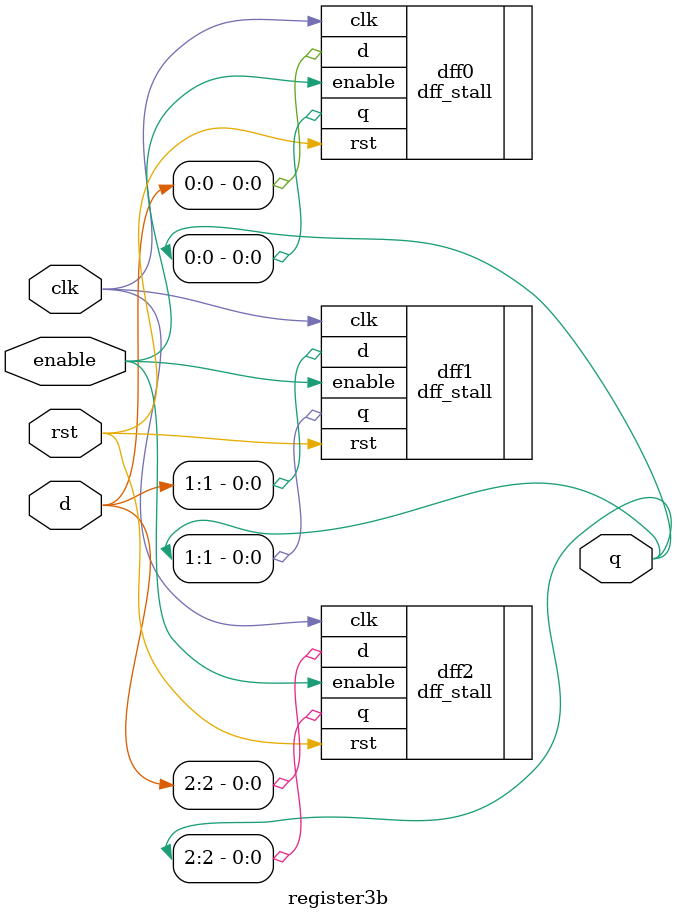
<source format=v>

module register3b(
            // Output
            q,
            // Inputs
            d, clk, rst, enable
            );

    output [2:0]         q;
    input [2:0]          d;
    input          clk;
    input          rst;
    input          enable;


    dff_stall dff0(.q(q[0]), .d(d[0]), .clk(clk), .rst(rst), .enable(enable)); 
    dff_stall dff1(.q(q[1]), .d(d[1]), .clk(clk), .rst(rst), .enable(enable)); 
    dff_stall dff2(.q(q[2]), .d(d[2]), .clk(clk), .rst(rst), .enable(enable)); 
 
    
endmodule
</source>
